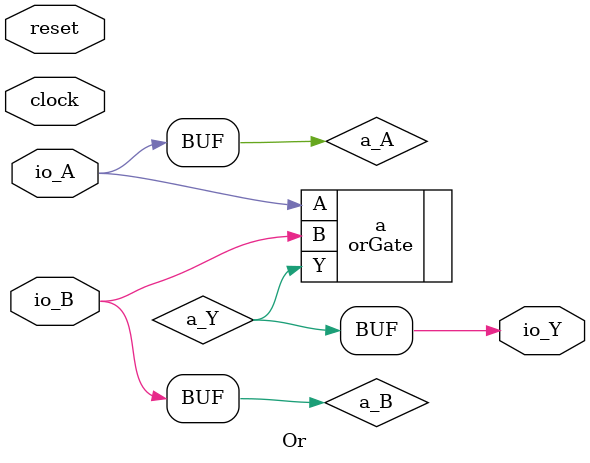
<source format=v>
module Or(
  input   clock,
  input   reset,
  input   io_A,
  input   io_B,
  output  io_Y
);
  wire  a_A; // @[Or.scala 32:19]
  wire  a_B; // @[Or.scala 32:19]
  wire  a_Y; // @[Or.scala 32:19]
  orGate a ( // @[Or.scala 32:19]
    .A(a_A),
    .B(a_B),
    .Y(a_Y)
  );
  assign io_Y = a_Y; // @[Or.scala 34:10]
  assign a_A = io_A; // @[Or.scala 34:10]
  assign a_B = io_B; // @[Or.scala 34:10]
endmodule

</source>
